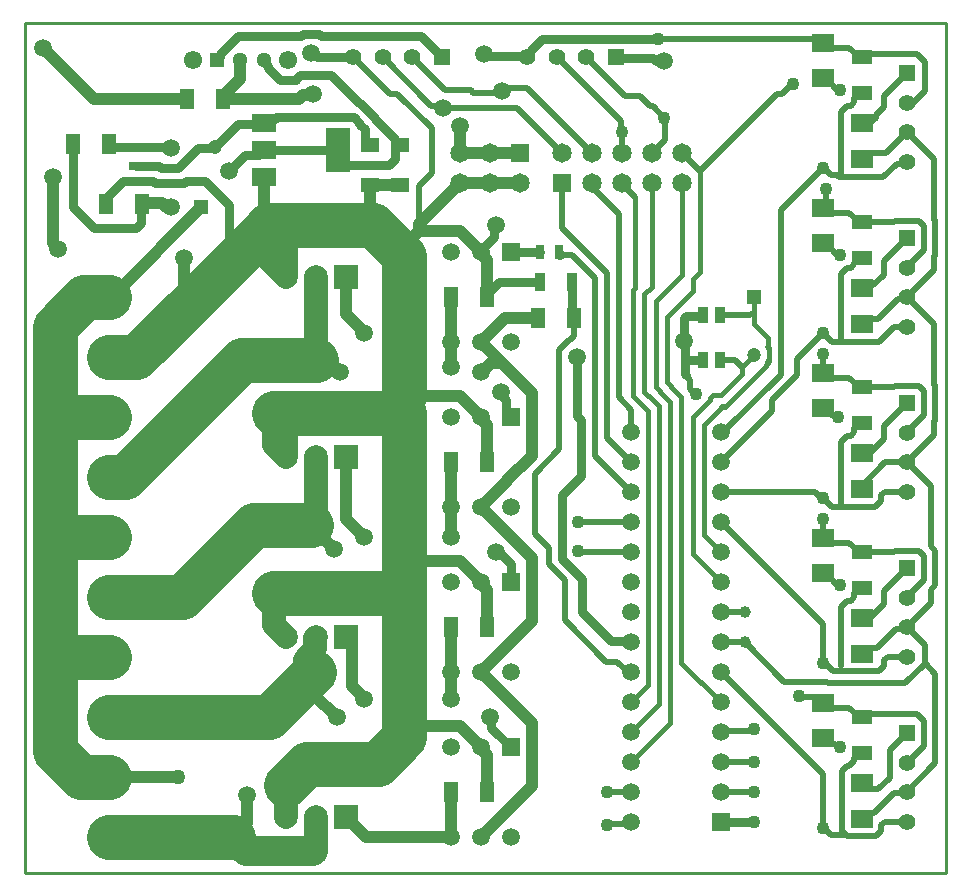
<source format=gbl>
G04*
G04 #@! TF.GenerationSoftware,Altium Limited,Altium Designer,22.5.1 (42)*
G04*
G04 Layer_Physical_Order=2*
G04 Layer_Color=16711680*
%FSLAX42Y42*%
%MOMM*%
G71*
G04*
G04 #@! TF.SameCoordinates,E9C7B45F-A4FB-49F3-BE10-4E13B05C86B2*
G04*
G04*
G04 #@! TF.FilePolarity,Positive*
G04*
G01*
G75*
%ADD13C,0.25*%
%ADD17R,1.50X1.50*%
%ADD18R,1.50X1.50*%
%ADD24R,2.00X2.00*%
%ADD25C,2.00*%
%ADD27R,1.30X1.30*%
%ADD28C,1.30*%
%ADD29C,1.55*%
%ADD33R,1.20X1.20*%
%ADD34C,1.20*%
%ADD42R,1.90X1.50*%
%ADD44R,0.80X1.25*%
%ADD46C,0.51*%
%ADD47C,1.02*%
%ADD48C,0.76*%
%ADD49C,1.40*%
%ADD50R,1.40X1.40*%
%ADD51R,1.40X1.40*%
%ADD52R,1.80X1.80*%
%ADD53C,1.80*%
%ADD54C,1.52*%
%ADD55C,1.50*%
%ADD56C,1.65*%
%ADD57R,1.65X1.65*%
%ADD58C,1.10*%
%ADD59C,1.00*%
%ADD60C,1.27*%
%ADD61R,0.95X1.35*%
%ADD62R,1.25X1.80*%
%ADD63R,0.85X1.60*%
%ADD64R,1.25X0.80*%
%ADD65R,1.60X1.25*%
%ADD66R,2.00X1.50*%
%ADD67R,2.00X3.80*%
%ADD68R,1.80X1.25*%
%ADD69C,2.03*%
%ADD70C,3.81*%
%ADD71C,0.46*%
%ADD72C,2.54*%
D13*
X0Y0D02*
X7800D01*
X0D02*
Y7200D01*
X7800D01*
Y0D02*
Y7200D01*
D17*
X4117Y1066D02*
D03*
Y2463D02*
D03*
Y3860D02*
D03*
Y5257D02*
D03*
D18*
X5895Y431D02*
D03*
D24*
X2720Y1998D02*
D03*
Y5046D02*
D03*
Y3522D02*
D03*
Y474D02*
D03*
D25*
X2466Y1998D02*
D03*
X2212D02*
D03*
X2466Y5046D02*
D03*
X2212D02*
D03*
X2466Y3522D02*
D03*
X2212D02*
D03*
X2466Y474D02*
D03*
X2212D02*
D03*
D27*
X1628Y6883D02*
D03*
D28*
X1828D02*
D03*
X2028D02*
D03*
D29*
X1428D02*
D03*
X2228D02*
D03*
D33*
X1492Y5637D02*
D03*
X6174Y4876D02*
D03*
D34*
X1612Y6147D02*
D03*
X6174Y4388D02*
D03*
D42*
X7087Y460D02*
D03*
Y760D02*
D03*
Y1857D02*
D03*
Y2157D02*
D03*
X7087Y3256D02*
D03*
Y3556D02*
D03*
X7087Y6048D02*
D03*
Y6348D02*
D03*
Y4651D02*
D03*
Y4951D02*
D03*
X6759Y7033D02*
D03*
Y6733D02*
D03*
Y5636D02*
D03*
Y5336D02*
D03*
Y4239D02*
D03*
Y3939D02*
D03*
Y2842D02*
D03*
Y2542D02*
D03*
Y1445D02*
D03*
Y1145D02*
D03*
D44*
X4527Y5257D02*
D03*
X4367D02*
D03*
D46*
X6409Y6595D02*
X6494Y6680D01*
X5719Y5941D02*
X6373Y6595D01*
X6494Y6680D02*
X6502D01*
X6373Y6595D02*
X6409D01*
X7136Y509D02*
X7189D01*
X7361Y681D01*
X7087Y460D02*
X7136Y509D01*
X6825Y323D02*
X6930D01*
X6767Y380D02*
X6825Y323D01*
X6918Y354D02*
X6961Y311D01*
X7255Y407D02*
X7285Y437D01*
X6918Y354D02*
Y865D01*
X7285Y437D02*
X7470D01*
X6961Y908D02*
X6982D01*
X6759Y380D02*
X6767D01*
X6918Y865D02*
X6961Y908D01*
X6982D02*
X7024Y951D01*
X7255Y354D02*
Y407D01*
X6961Y311D02*
X7212D01*
X7255Y354D01*
X6872Y6639D02*
X6891D01*
X6901Y6629D01*
X6774Y6738D02*
X6872Y6639D01*
X6774Y6738D02*
Y6778D01*
Y5341D02*
X6872Y5242D01*
X6891D02*
X6901Y5232D01*
X6872Y5242D02*
X6891D01*
X6774Y5341D02*
Y5381D01*
X6876Y5915D02*
X6898Y5893D01*
X6826Y5915D02*
X6876D01*
X6759Y5968D02*
X6772D01*
X6782Y5614D02*
Y5791D01*
X6772Y5968D02*
X6826Y5915D01*
X6759Y5591D02*
X6782Y5614D01*
X6898Y5893D02*
X6909D01*
X6774Y3944D02*
X6847Y3870D01*
X6774Y3944D02*
Y3984D01*
X6847Y3870D02*
X6874D01*
X6883Y3861D01*
X6756Y4196D02*
Y4394D01*
Y4196D02*
X6759Y4194D01*
X6756Y2839D02*
X6799Y2797D01*
X6982D01*
X6756Y2839D02*
Y2997D01*
X6859Y1095D02*
X6887Y1067D01*
X6901D01*
X6774Y1150D02*
Y1190D01*
Y1150D02*
X6828Y1095D01*
X6859D01*
X6891Y2448D02*
X6901Y2438D01*
X6774Y2547D02*
X6872Y2448D01*
X6774Y2547D02*
Y2587D01*
X6872Y2448D02*
X6891D01*
X6792Y1622D02*
X6805Y1609D01*
X7458D02*
X7624Y1774D01*
X6098Y1955D02*
X6431Y1622D01*
X6792D01*
X6553Y1499D02*
X6563Y1489D01*
X6728D02*
X6784Y1433D01*
X6563Y1489D02*
X6728D01*
X6805Y1609D02*
X7458D01*
X6846Y1708D02*
X7237D01*
X6784Y1400D02*
X6982D01*
X6762Y1779D02*
X6775D01*
X6759Y1782D02*
X6762Y1779D01*
X6784Y1400D02*
Y1433D01*
X6759Y1782D02*
Y2107D01*
X6775Y1779D02*
X6846Y1708D01*
X7214Y1905D02*
X7379Y2070D01*
X7087Y1857D02*
X7135Y1905D01*
X7214D01*
X7379Y2070D02*
X7456D01*
X7470Y2084D01*
X6909Y1753D02*
Y2253D01*
X6961Y2305D02*
X6994D01*
X6909Y2253D02*
X6961Y2305D01*
X7280Y1804D02*
X7310Y1834D01*
X7280Y1751D02*
Y1804D01*
X6994Y2305D02*
X7024Y2335D01*
X7237Y1708D02*
X7280Y1751D01*
X7310Y1834D02*
X7470D01*
X7024Y2375D02*
X7061Y2412D01*
X7089D01*
X7024Y2335D02*
Y2375D01*
X7255Y3201D02*
X7285Y3231D01*
X7203Y3099D02*
X7255Y3151D01*
X6909Y3099D02*
X7203D01*
X7285Y3231D02*
X7470D01*
X6837Y3099D02*
X6909D01*
Y3652D01*
X7255Y3151D02*
Y3201D01*
X6762Y3174D02*
X6837Y3099D01*
X6909Y3652D02*
X6961Y3704D01*
X6994D01*
X7061Y3809D02*
X7089D01*
X7024Y3734D02*
Y3772D01*
X7061Y3809D01*
X6994Y3704D02*
X7024Y3734D01*
X7397Y4861D02*
X7453D01*
X7470Y4878D01*
X7137Y4676D02*
X7150Y4688D01*
X7225D02*
X7397Y4861D01*
X7150Y4688D02*
X7225D01*
X6909Y4496D02*
Y5072D01*
X6961Y5124D01*
X6909Y4496D02*
X7231D01*
X6961Y5124D02*
X6994D01*
X7024Y5154D01*
Y5169D01*
X6834Y4496D02*
X6909D01*
X7137Y4976D02*
X7186D01*
X7274Y5065D01*
Y5183D01*
X7231Y4496D02*
X7363Y4628D01*
X7470D01*
X6759Y4571D02*
X6834Y4496D01*
X6909Y5893D02*
Y6446D01*
X6961Y6498D01*
X6994D01*
X7024Y6528D01*
Y6566D01*
X6909Y5893D02*
X7269D01*
X7137Y6348D02*
X7157D01*
X7207Y6397D02*
Y6417D01*
X7274Y6485D02*
Y6579D01*
X7157Y6348D02*
X7207Y6397D01*
Y6417D02*
X7274Y6485D01*
X7269Y5893D02*
X7384Y6008D01*
X3534Y6477D02*
X4167D01*
X3445Y6496D02*
X3531D01*
X3546Y6481D01*
X4166Y6648D02*
X4250D01*
X4040Y6625D02*
X4059Y6644D01*
X4163D01*
X4166Y6648D01*
X4167Y6477D02*
X4549Y6095D01*
X5317Y6492D02*
X5412Y6397D01*
X5293Y6492D02*
X5317D01*
X5207Y6579D02*
X5293Y6492D01*
X5049Y6284D02*
X5059Y6274D01*
X5057Y6095D02*
X5058Y6096D01*
Y6276D01*
X5057Y6277D02*
X5058Y6276D01*
X5049Y6284D02*
Y6365D01*
X4506Y6908D02*
X5049Y6365D01*
X7554Y6934D02*
X7620Y6869D01*
X7089Y6908D02*
X7115Y6934D01*
X7554D01*
X7620Y6622D02*
Y6869D01*
X7523Y6525D02*
X7620Y6622D01*
X7359Y5511D02*
X7369Y5521D01*
X7470Y5134D02*
X7613Y5278D01*
X7696Y5221D02*
X7712Y5237D01*
X7570Y5521D02*
X7613Y5478D01*
X7369Y5521D02*
X7570D01*
X7696Y5104D02*
Y5221D01*
X7696Y5535D02*
X7712Y5519D01*
X7696Y5535D02*
Y6049D01*
X7470Y5128D02*
Y5134D01*
X7613Y5278D02*
Y5478D01*
X7712Y5237D02*
Y5519D01*
X7359Y4114D02*
X7369Y4124D01*
X7470Y3737D02*
X7613Y3881D01*
X7696Y3707D02*
Y3824D01*
X7369Y4124D02*
X7570D01*
X7696Y4138D02*
X7712Y4122D01*
X7696Y4138D02*
Y4652D01*
X7712Y3840D02*
Y4122D01*
X7613Y3881D02*
Y4081D01*
X7570Y4124D02*
X7613Y4081D01*
X7470Y3731D02*
Y3737D01*
X7696Y3824D02*
X7712Y3840D01*
X7369Y2727D02*
X7570D01*
X7613Y2484D02*
Y2684D01*
X7470Y2334D02*
Y2340D01*
X7613Y2484D01*
X7712Y2443D02*
Y2725D01*
X7671Y2767D02*
X7712Y2725D01*
X7671Y2401D02*
X7712Y2443D01*
X7671Y2285D02*
Y2401D01*
X7470Y3481D02*
X7671Y3280D01*
X7470Y2084D02*
X7671Y2285D01*
Y2767D02*
Y3280D01*
X7570Y2727D02*
X7613Y2684D01*
X7359Y2717D02*
X7369Y2727D01*
X7614Y1081D02*
Y1287D01*
X7554Y1346D02*
X7614Y1287D01*
X7463Y681D02*
X7712Y930D01*
Y1686D01*
X7470Y937D02*
X7614Y1081D01*
X7620Y1778D02*
X7712Y1686D01*
X7089Y1320D02*
X7115Y1346D01*
X7554D01*
X7061Y1320D02*
X7089D01*
X6292Y4459D02*
X6302Y4449D01*
X6404Y4219D02*
Y5613D01*
X6759Y5968D01*
X5917Y3733D02*
X6404Y4219D01*
X6332Y4007D02*
X6540Y4216D01*
Y4353D01*
X6332Y3916D02*
Y4007D01*
X6295Y4312D02*
Y4327D01*
X6303Y4335D01*
X4689Y2724D02*
X4696Y2717D01*
X4441Y2615D02*
X4572Y2484D01*
X4441Y2615D02*
Y2751D01*
X4696Y2717D02*
X5133D01*
X4318Y2874D02*
X4441Y2751D01*
X4572Y2140D02*
Y2484D01*
X4689Y2971D02*
X5133D01*
X5635Y4100D02*
X5676Y4059D01*
X4930Y3682D02*
X5133Y3479D01*
X5676Y4059D02*
X5681D01*
X4549Y5460D02*
X4930Y5079D01*
Y3682D02*
Y5079D01*
X5029Y4028D02*
Y5584D01*
Y4028D02*
X5133Y3924D01*
X4803Y5810D02*
X5029Y5584D01*
X4549Y5460D02*
Y5841D01*
X4613Y4518D02*
X4621D01*
X4651Y4548D02*
Y4698D01*
X4318Y3382D02*
X4525Y3589D01*
X4621Y4518D02*
X4651Y4548D01*
X4634Y5233D02*
X4826Y5040D01*
X4525Y3589D02*
Y4430D01*
X4826Y3532D02*
X5133Y3225D01*
X4525Y4430D02*
X4613Y4518D01*
X4826Y3532D02*
Y5040D01*
X4318Y2874D02*
Y3382D01*
X5890Y4724D02*
X6133D01*
X6134Y4724D01*
X6016Y4343D02*
X6073Y4286D01*
X5892Y4343D02*
X6016D01*
X7361Y681D02*
X7463D01*
X7470Y2084D02*
X7620Y1934D01*
Y1778D02*
Y1934D01*
X5133Y3733D02*
Y3924D01*
X4803Y5810D02*
Y5841D01*
X4572Y2140D02*
X4920Y1792D01*
X5106Y1701D02*
X5133D01*
X4920Y1792D02*
X5015D01*
X5106Y1701D01*
X5635Y4100D02*
Y4174D01*
X5597Y4212D02*
X5635Y4174D01*
X5895Y3733D02*
X5917D01*
X5907Y3950D02*
X5933D01*
X5597Y4212D02*
Y4222D01*
X7470Y3481D02*
X7696Y3707D01*
X7470Y4878D02*
X7696Y4652D01*
X7470Y6275D02*
X7696Y6049D01*
X7470Y4878D02*
X7696Y5104D01*
X5420Y6280D02*
X5425Y6275D01*
Y6210D02*
Y6275D01*
X5085Y6579D02*
X5207D01*
X4777Y6887D02*
X5085Y6579D01*
X5420Y6280D02*
Y6366D01*
X4756Y6908D02*
X4777Y6887D01*
X3033Y6908D02*
X3445Y6496D01*
X4035Y6609D02*
X4040Y6614D01*
X3797Y6609D02*
X4035D01*
X5362Y7060D02*
X6708D01*
X4930Y406D02*
X4942Y418D01*
X5120D01*
X4930Y685D02*
X5133D01*
X5120Y418D02*
X5133Y431D01*
X4529Y5233D02*
X4634D01*
X3451Y5925D02*
Y6307D01*
X3157Y6601D02*
X3451Y6307D01*
X3341Y5815D02*
X3451Y5925D01*
X3341Y5497D02*
Y5815D01*
X3090Y6601D02*
X3157D01*
X5895Y2209D02*
X6098D01*
X5895Y1955D02*
X6098D01*
X3283Y6908D02*
X3562Y6629D01*
X3777D02*
X3797Y6609D01*
X3562Y6629D02*
X3777D01*
X5057Y5836D02*
Y5841D01*
X5311Y6095D02*
X5425Y6210D01*
X2783Y6908D02*
X3090Y6601D01*
X4250Y6648D02*
X4803Y6095D01*
X5565D02*
X5719Y5941D01*
X7453Y6008D02*
X7470Y6025D01*
X7089Y6095D02*
X7290D01*
X7384Y6008D02*
X7453D01*
X6759Y5591D02*
X6982D01*
X7061Y5206D02*
X7089D01*
X7024Y5169D02*
X7061Y5206D01*
X7089Y5511D02*
X7359D01*
X7061D02*
X7089D01*
X6982Y5591D02*
X7061Y5511D01*
X7274Y5183D02*
X7470Y5378D01*
X7104Y3298D02*
X7287Y3481D01*
X7089Y3298D02*
X7104D01*
Y3508D02*
X7274Y3678D01*
X7089Y3508D02*
X7104D01*
X7287Y3481D02*
X7470D01*
X5057Y5836D02*
X5167Y5726D01*
X6982Y4194D02*
X7061Y4114D01*
X6759Y4194D02*
X6982D01*
X5895Y3479D02*
X6332Y3916D01*
X7274Y3785D02*
X7470Y3981D01*
X7089Y4114D02*
X7359D01*
X7061D02*
X7089D01*
X7274Y3678D02*
Y3785D01*
X6745Y3174D02*
X6759D01*
X6694Y3225D02*
X6745Y3174D01*
X6540Y4353D02*
X6759Y4571D01*
X5895Y3225D02*
X6694D01*
X6982Y2797D02*
X7061Y2717D01*
X7089D01*
X7359D01*
X7104Y2111D02*
X7274Y2281D01*
X7325Y1042D02*
X7470Y1187D01*
X7061Y1015D02*
X7089D01*
X7024Y951D02*
Y978D01*
X7061Y1015D01*
X7089Y2111D02*
X7104D01*
X5895Y2971D02*
X6759Y2107D01*
X7274Y2389D02*
X7470Y2584D01*
X7274Y2281D02*
Y2389D01*
X6982Y1400D02*
X7061Y1320D01*
X7325Y810D02*
Y1042D01*
X7089Y710D02*
X7225D01*
X7325Y810D01*
X6162Y1206D02*
X6174Y1218D01*
X5895Y685D02*
X6176D01*
X5895Y1701D02*
X6759Y837D01*
X5895Y1193D02*
X5908Y1206D01*
X6162D01*
X5895Y939D02*
X6176D01*
X6759Y380D02*
Y837D01*
Y6988D02*
X6982D01*
X7290Y6095D02*
X7470Y6275D01*
Y6525D02*
X7523D01*
X7061Y6603D02*
X7089D01*
X7274Y6579D02*
X7470Y6775D01*
X7024Y6566D02*
X7061Y6603D01*
X6733Y7007D02*
Y7035D01*
X6708Y7060D02*
X6733Y7035D01*
Y7007D02*
X6753Y6988D01*
X6759D01*
X6982D02*
X7061Y6908D01*
D47*
X585Y6552D02*
X1374D01*
X152Y6985D02*
X585Y6552D01*
X237Y5339D02*
Y5893D01*
Y5339D02*
X279Y5296D01*
X2454Y1509D02*
Y1626D01*
X2769Y1589D02*
Y1950D01*
X2720Y1998D02*
X2769Y1950D01*
Y1589D02*
X2872Y1485D01*
X1690Y6552D02*
X2325D01*
X2359Y6586D01*
X2429D02*
X2438Y6595D01*
X2359Y6586D02*
X2429D01*
X3685Y6095D02*
X3685Y6095D01*
Y6328D02*
X3686Y6329D01*
X3685Y6095D02*
Y6328D01*
X4293Y3535D02*
Y3743D01*
X4293Y3743D02*
Y3977D01*
X4293Y3977D02*
X4293Y3977D01*
X4086Y3328D02*
X4293Y3535D01*
X4041Y4317D02*
X4293Y4065D01*
Y3743D02*
X4293Y3743D01*
X4293Y3977D02*
Y4065D01*
X4086Y3321D02*
Y3328D01*
X3863Y3098D02*
X4086Y3321D01*
X3609Y4286D02*
Y4495D01*
X279Y5283D02*
Y5296D01*
X3609Y3098D02*
X3609Y3098D01*
X3685Y2641D02*
X3863Y2463D01*
X3609Y1701D02*
X3609Y1701D01*
Y1472D02*
Y1701D01*
X3215Y1149D02*
X3279Y1086D01*
X3215Y1149D02*
X3308Y1243D01*
X3215Y2641D02*
X3685D01*
X4294Y735D02*
Y1270D01*
X3914Y3479D02*
Y3796D01*
X3686Y4037D02*
X3863Y3860D01*
Y3847D02*
Y3860D01*
Y3847D02*
X3914Y3796D01*
X3609Y3098D02*
Y3479D01*
X3609Y3479D02*
X3609Y3479D01*
X3341Y5434D02*
X3686D01*
X3215Y5224D02*
Y5308D01*
X3341Y5434D01*
X753Y4915D02*
X770D01*
X713Y4876D02*
X753Y4915D01*
X2720Y2997D02*
Y3522D01*
X3609Y2844D02*
Y3098D01*
X3609Y4495D02*
X3609Y4495D01*
X3863Y4241D02*
X3876D01*
X3863Y4495D02*
X4041Y4317D01*
X3952D02*
X4041D01*
X3876Y4241D02*
X3952Y4317D01*
X1348Y4952D02*
X1440Y4861D01*
X2720Y4737D02*
Y5046D01*
X2466Y4343D02*
X2555D01*
X2656Y4241D02*
X2669D01*
X2720Y4737D02*
X2872Y4584D01*
Y4571D02*
Y4584D01*
X2555Y4343D02*
X2656Y4241D01*
X3863Y5244D02*
Y5257D01*
X3914Y4903D02*
Y5193D01*
Y4876D02*
Y4903D01*
X3863Y4495D02*
X4066Y4698D01*
X3609Y4876D02*
X3609Y4876D01*
Y4495D02*
Y4876D01*
X3215Y3898D02*
X3354Y4037D01*
X3863Y5244D02*
X3914Y5193D01*
X3686Y5434D02*
X3863Y5257D01*
X3354Y4037D02*
X3686D01*
X3863Y1701D02*
X4294Y2132D01*
X3863Y304D02*
X4294Y735D01*
X3863Y1701D02*
X4294Y1270D01*
X3863Y3098D02*
X4294Y2667D01*
X4066Y4698D02*
X4295D01*
X2872Y5567D02*
X2954Y5486D01*
X2024Y5521D02*
X2060Y5486D01*
X2024Y5521D02*
Y5891D01*
X2923Y5567D02*
Y5824D01*
X1679Y6564D02*
Y6580D01*
X1005Y5675D02*
X1167D01*
X1200Y5642D02*
X1213D01*
X1167Y5675D02*
X1200Y5642D01*
X3341Y5434D02*
Y5497D01*
X3685Y5841D01*
X3939D02*
X4193D01*
X3685D02*
X3939D01*
X2923Y5824D02*
X3177D01*
X3685Y6095D02*
X3939D01*
X4193D01*
X1348Y4952D02*
Y5206D01*
X770Y4915D02*
X1492Y5637D01*
X2720Y474D02*
X2890Y304D01*
X3914Y2082D02*
Y2399D01*
X3863Y2450D02*
X3914Y2399D01*
X3863Y2450D02*
Y2463D01*
X3609Y1701D02*
Y2082D01*
X3609Y2082D02*
X3609Y2082D01*
X3686Y1243D02*
X3863Y1066D01*
X3308Y1243D02*
X3686D01*
X3863Y1053D02*
X3914Y1002D01*
X3609Y685D02*
X3609Y685D01*
X3863Y1053D02*
Y1066D01*
X3914Y685D02*
Y1002D01*
X1763Y304D02*
X1882Y422D01*
Y660D01*
X713Y812D02*
X1298D01*
X2454Y1509D02*
X2644Y1320D01*
X2872Y1472D02*
Y1485D01*
X2428Y2933D02*
Y2946D01*
X2720Y2997D02*
X2872Y2845D01*
Y2844D02*
Y2845D01*
X2428Y2933D02*
X2618Y2742D01*
X2890Y304D02*
X3609D01*
X3609Y304D02*
X3609Y304D01*
X3609Y304D02*
Y685D01*
X4294Y2132D02*
Y2667D01*
X1822Y6724D02*
Y6877D01*
X1828Y6883D01*
X1679Y6564D02*
X1690Y6552D01*
X1679Y6580D02*
X1822Y6724D01*
D48*
X2632Y6248D02*
X2716Y6164D01*
X3160D02*
X3163D01*
X1157Y5969D02*
X1295D01*
X1105Y5845D02*
X1347D01*
X1088Y5862D02*
X1105Y5845D01*
X1347D02*
X1364Y5862D01*
X1295Y5969D02*
X1465Y6139D01*
X1136Y5990D02*
X1157Y5969D01*
X942Y5990D02*
X1136D01*
X1465Y6139D02*
X1603D01*
X1364Y5862D02*
X1530D01*
X1732Y5659D01*
Y5153D02*
Y5659D01*
X3135Y6188D02*
Y6218D01*
Y6188D02*
X3160Y6164D01*
X2964Y6389D02*
X3135Y6218D01*
X988Y5661D02*
X991Y5664D01*
X988Y5506D02*
Y5661D01*
X943Y5461D02*
X988Y5506D01*
X584Y5461D02*
X943D01*
X409Y5637D02*
X584Y5461D01*
X409Y5637D02*
Y6171D01*
X834Y5862D02*
X1088D01*
X1603Y6139D02*
X1810Y6345D01*
X2131Y6401D02*
X2786D01*
X2840Y6338D02*
Y6346D01*
X2597Y6756D02*
X2833Y6521D01*
X2301Y6722D02*
X2336Y6756D01*
X2597D01*
X2841Y6521D02*
X2964Y6398D01*
X2786Y6401D02*
X2840Y6346D01*
X2833Y6521D02*
X2841D01*
X2964Y6389D02*
Y6398D01*
X2881Y6188D02*
Y6297D01*
X2840Y6338D02*
X2881Y6297D01*
X2299Y6722D02*
X2301D01*
X2028Y6868D02*
X2064Y6832D01*
Y6815D02*
Y6832D01*
X2160Y6719D02*
X2296D01*
X2299Y6722D01*
X2064Y6815D02*
X2160Y6719D01*
X2341Y7087D02*
X2358Y7104D01*
X2492D02*
X2509Y7087D01*
X1803D02*
X2341D01*
X2509D02*
X3354D01*
X3533Y6908D01*
X2425Y6943D02*
X2442D01*
X1655Y6938D02*
X1803Y7087D01*
X2358Y7104D02*
X2492D01*
X2442Y6943D02*
X2477Y6908D01*
X4441Y7064D02*
X5112D01*
X5115Y7060D01*
X4379D02*
X4438D01*
X4441Y7064D01*
X5115Y7060D02*
X5362D01*
X5406Y6879D02*
X5410Y6874D01*
X5344Y6879D02*
X5406D01*
X5321Y6902D02*
X5344Y6879D01*
X5581Y4509D02*
Y4702D01*
X5581Y4509D02*
X5581Y4509D01*
X4723Y2211D02*
Y2490D01*
X4553Y2661D02*
Y3201D01*
Y2661D02*
X4723Y2490D01*
X4553Y3201D02*
X4712Y3361D01*
X5581Y4702D02*
X5597Y4717D01*
X5581Y4506D02*
X5594Y4494D01*
X4712Y3361D02*
Y3836D01*
X4676Y3873D02*
X4712Y3836D01*
X4676Y3873D02*
Y4368D01*
X5594Y4318D02*
Y4494D01*
Y4225D02*
Y4318D01*
X5619Y4343D02*
X5742D01*
X5594Y4318D02*
X5619Y4343D01*
X5733Y4717D02*
X5740Y4724D01*
X5597Y4717D02*
X5733D01*
X4968Y1967D02*
X5122D01*
X4723Y2211D02*
X4968Y1967D01*
X4288Y6969D02*
X4379Y7060D01*
X1628Y6883D02*
X1655Y6910D01*
Y6938D01*
X3139Y6139D02*
X3163Y6164D01*
X3083Y5994D02*
X3139Y6050D01*
X2654Y6056D02*
Y6121D01*
X3163Y6164D02*
X3177D01*
X3139Y6050D02*
Y6139D01*
X2716Y5994D02*
X3083D01*
X2654Y6056D02*
X2716Y5994D01*
X2086Y6388D02*
X2117D01*
X2043Y6345D02*
X2086Y6388D01*
X2117D02*
X2131Y6401D01*
X688Y5716D02*
X834Y5862D01*
X2477Y6908D02*
X2783D01*
X5006Y6902D02*
X5321D01*
X5594Y4225D02*
X5597Y4222D01*
X4117Y2463D02*
Y2615D01*
X3990Y2717D02*
X4015D01*
X4117Y2615D01*
X3953Y1230D02*
X4117Y1066D01*
X3953Y1230D02*
Y1306D01*
X3939Y1320D02*
X3953Y1306D01*
X4080Y3897D02*
Y4008D01*
Y3897D02*
X4117Y3860D01*
X4030Y4058D02*
X4080Y4008D01*
X4030Y4058D02*
Y4078D01*
X3914Y4903D02*
X4013Y5003D01*
X2024Y6121D02*
X2654D01*
X1973Y5465D02*
X2009Y5429D01*
X1810Y6345D02*
X2043D01*
X1870Y6084D02*
X1987D01*
X2024Y6121D01*
X4527Y5235D02*
X4529Y5233D01*
X4527Y5235D02*
Y5257D01*
X4013Y5003D02*
X4365D01*
X688Y5689D02*
Y5716D01*
X733Y6152D02*
X940D01*
X714Y6171D02*
X733Y6152D01*
X940D02*
X942Y6150D01*
X3863Y5277D02*
X3976Y5390D01*
Y5471D01*
X3863Y5257D02*
Y5277D01*
X4117Y5257D02*
X4367D01*
X3976Y5471D02*
X3990Y5486D01*
X942Y6150D02*
X944Y6148D01*
X1207D02*
X1213Y6142D01*
X944Y6148D02*
X1207D01*
X2881Y6188D02*
X2906Y6164D01*
X2923D01*
X5122Y1967D02*
X5133Y1955D01*
X4631Y4756D02*
Y5003D01*
X2028Y6868D02*
Y6883D01*
X1729Y5943D02*
X1870Y6084D01*
X3902Y6920D02*
X4244D01*
X3888Y6933D02*
X3902Y6920D01*
X4256Y6908D02*
Y6925D01*
X4244Y6920D02*
X4256Y6908D01*
X4288Y6957D02*
Y6969D01*
X4256Y6925D02*
X4288Y6957D01*
X5895Y431D02*
X6176D01*
D49*
X7470Y6025D02*
D03*
Y6275D02*
D03*
Y6525D02*
D03*
Y3231D02*
D03*
Y3481D02*
D03*
Y3731D02*
D03*
Y1834D02*
D03*
Y2084D02*
D03*
Y2334D02*
D03*
Y4628D02*
D03*
Y4878D02*
D03*
Y5128D02*
D03*
X4256Y6908D02*
D03*
X4506D02*
D03*
X4756D02*
D03*
X2783D02*
D03*
X3033D02*
D03*
X3283D02*
D03*
X7470Y437D02*
D03*
Y687D02*
D03*
Y937D02*
D03*
D50*
Y6775D02*
D03*
Y3981D02*
D03*
Y2584D02*
D03*
Y5378D02*
D03*
Y1187D02*
D03*
D51*
X5006Y6908D02*
D03*
X3533D02*
D03*
D52*
X713Y1828D02*
D03*
Y2844D02*
D03*
Y3860D02*
D03*
Y4876D02*
D03*
Y812D02*
D03*
D53*
Y1320D02*
D03*
Y2336D02*
D03*
Y3352D02*
D03*
Y4368D02*
D03*
Y304D02*
D03*
D54*
X237Y5893D02*
D03*
X1237Y6143D02*
D03*
Y5643D02*
D03*
D55*
X3863Y1066D02*
D03*
X3609D02*
D03*
X4117Y304D02*
D03*
X3863D02*
D03*
X3609D02*
D03*
X3863Y2463D02*
D03*
X3609D02*
D03*
X4117Y1701D02*
D03*
X3863D02*
D03*
X3609D02*
D03*
X5895Y685D02*
D03*
Y939D02*
D03*
Y1193D02*
D03*
Y1447D02*
D03*
Y1701D02*
D03*
Y1955D02*
D03*
Y2209D02*
D03*
Y2463D02*
D03*
Y2717D02*
D03*
Y2971D02*
D03*
Y3225D02*
D03*
Y3479D02*
D03*
Y3733D02*
D03*
X5133Y431D02*
D03*
Y685D02*
D03*
Y939D02*
D03*
Y1193D02*
D03*
Y1447D02*
D03*
Y1701D02*
D03*
Y1955D02*
D03*
Y2209D02*
D03*
Y2463D02*
D03*
Y2717D02*
D03*
Y2971D02*
D03*
Y3225D02*
D03*
Y3479D02*
D03*
Y3733D02*
D03*
X3863Y3860D02*
D03*
X3609D02*
D03*
X4117Y3098D02*
D03*
X3863D02*
D03*
X3609D02*
D03*
X3863Y5257D02*
D03*
X3609D02*
D03*
X4117Y4495D02*
D03*
X3863D02*
D03*
X3609D02*
D03*
X152Y6985D02*
D03*
X2438Y6595D02*
D03*
X2425Y6943D02*
D03*
X3546Y6481D02*
D03*
X4040Y6625D02*
D03*
X3686Y6329D02*
D03*
X5410Y6874D02*
D03*
X5581Y4509D02*
D03*
X4676Y4368D02*
D03*
X3609Y4286D02*
D03*
X279Y5283D02*
D03*
X2618Y2742D02*
D03*
X2644Y1320D02*
D03*
X2872Y1472D02*
D03*
X3888Y6933D02*
D03*
X1729Y5943D02*
D03*
X1348Y5206D02*
D03*
X3939Y1320D02*
D03*
X3609Y1472D02*
D03*
X2872Y4571D02*
D03*
X2669Y4241D02*
D03*
X3609Y2844D02*
D03*
X2872D02*
D03*
X4030Y4078D02*
D03*
X3863Y4241D02*
D03*
X3990Y5486D02*
D03*
X1882Y660D02*
D03*
X3990Y2717D02*
D03*
D56*
X5565Y6095D02*
D03*
X5311D02*
D03*
X5565Y5841D02*
D03*
X5311D02*
D03*
X5057Y6095D02*
D03*
Y5841D02*
D03*
X4549Y6095D02*
D03*
X4803Y5841D02*
D03*
Y6095D02*
D03*
X3685Y5841D02*
D03*
X3939D02*
D03*
X3685Y6095D02*
D03*
X3939D02*
D03*
X4193Y5841D02*
D03*
D57*
X4549D02*
D03*
X4193Y6095D02*
D03*
D58*
X6502Y6680D02*
D03*
X6901Y6629D02*
D03*
Y5232D02*
D03*
X6782Y5791D02*
D03*
X6883Y3861D02*
D03*
X6756Y4394D02*
D03*
Y2997D02*
D03*
X6901Y1067D02*
D03*
Y2438D02*
D03*
X6553Y1499D02*
D03*
X6762Y1779D02*
D03*
X5412Y6397D02*
D03*
X5059Y6274D02*
D03*
X6762Y3174D02*
D03*
X4689Y2724D02*
D03*
Y2971D02*
D03*
X5681Y4059D02*
D03*
X6759Y5968D02*
D03*
Y4571D02*
D03*
X6176Y939D02*
D03*
X6174Y1218D02*
D03*
X6176Y431D02*
D03*
X4930Y685D02*
D03*
X6176D02*
D03*
X5362Y7060D02*
D03*
X6759Y380D02*
D03*
X4930Y406D02*
D03*
D59*
X6098Y2209D02*
D03*
Y1955D02*
D03*
D60*
X1298Y812D02*
D03*
D61*
X5740Y4724D02*
D03*
X5890D02*
D03*
X5742Y4343D02*
D03*
X5892D02*
D03*
D62*
X3609Y2082D02*
D03*
X3914D02*
D03*
X3609Y3479D02*
D03*
X3914D02*
D03*
X1679Y6552D02*
D03*
X1374D02*
D03*
X3609Y685D02*
D03*
X3914D02*
D03*
X3609Y4876D02*
D03*
X3914D02*
D03*
X991Y5664D02*
D03*
X686D02*
D03*
X714Y6171D02*
D03*
X409D02*
D03*
X4346Y4698D02*
D03*
X4651D02*
D03*
D63*
X4631Y5003D02*
D03*
X4365D02*
D03*
D64*
X942Y6150D02*
D03*
Y5990D02*
D03*
D65*
X3177Y6164D02*
D03*
Y5824D02*
D03*
X2923Y6164D02*
D03*
Y5824D02*
D03*
D66*
X2024Y5891D02*
D03*
Y6121D02*
D03*
Y6351D02*
D03*
D67*
X2654Y6121D02*
D03*
D68*
X7089Y5206D02*
D03*
Y5511D02*
D03*
Y3809D02*
D03*
Y4114D02*
D03*
Y2412D02*
D03*
Y2717D02*
D03*
Y1015D02*
D03*
Y1320D02*
D03*
Y6603D02*
D03*
Y6908D02*
D03*
D69*
X2212Y3624D02*
Y3797D01*
X2110D02*
Y3898D01*
X2373Y1804D02*
X2463Y1894D01*
X2373Y1626D02*
Y1804D01*
X2463Y1995D02*
X2466Y1998D01*
X2463Y1894D02*
Y1995D01*
X2110Y3624D02*
Y3797D01*
X2212Y3522D02*
Y3624D01*
X2468Y2985D02*
Y3522D01*
X2428Y2946D02*
X2468Y2985D01*
X2110Y3624D02*
X2212Y3522D01*
X2009Y5249D02*
Y5429D01*
Y5249D02*
X2212Y5046D01*
X2110Y2100D02*
Y2376D01*
X2466Y4343D02*
Y5046D01*
X2110Y3898D02*
X2212Y3797D01*
X2110Y2100D02*
X2212Y1998D01*
Y5046D02*
Y5333D01*
X2441Y190D02*
X2466Y215D01*
Y474D01*
X2212D02*
Y749D01*
D70*
Y5486D02*
X2954D01*
X2067Y1320D02*
X2454Y1707D01*
X2060Y5486D02*
X2212D01*
X256Y1828D02*
X713D01*
X256Y1035D02*
Y1828D01*
Y2857D01*
X3215Y2376D02*
Y2641D01*
Y1149D02*
Y2376D01*
X1732Y5153D02*
X2009Y5429D01*
X256Y2857D02*
X269Y2844D01*
X256Y3860D02*
Y4627D01*
Y2857D02*
Y3860D01*
X713D01*
X256Y4627D02*
X505Y4876D01*
X269Y2844D02*
X713D01*
X2110Y3898D02*
X3215D01*
Y2641D02*
Y3898D01*
X1840Y4343D02*
X2466D01*
X1336Y2336D02*
X1945Y2946D01*
X1440Y4861D02*
X1732Y5153D01*
X713Y3352D02*
X850D01*
X713Y4368D02*
X947D01*
X713Y2336D02*
X1336D01*
X850Y3352D02*
X1840Y4343D01*
X947Y4368D02*
X1440Y4861D01*
X3215Y4037D02*
Y5224D01*
X2110Y2376D02*
X3215D01*
X479Y812D02*
X713D01*
X256Y1035D02*
X479Y812D01*
X2954Y5486D02*
X3215Y5224D01*
X505Y4876D02*
X713D01*
X2390Y926D02*
X2992D01*
X2212Y749D02*
X2390Y926D01*
X2992D02*
X3215Y1149D01*
X1945Y2946D02*
X2428D01*
X713Y1320D02*
X2067D01*
X713Y304D02*
X1763D01*
D71*
X6303Y4335D02*
X6305Y4337D01*
Y4446D01*
X6292Y4459D02*
Y4534D01*
X6302Y4449D02*
X6305Y4446D01*
X6174Y4651D02*
X6292Y4534D01*
X6274Y4302D02*
X6289Y4318D01*
X5933Y3950D02*
X6274Y4291D01*
Y4302D01*
X5906Y3950D02*
X5907D01*
X5436Y4156D02*
X5510Y4081D01*
Y4080D02*
X5561Y4029D01*
X5342Y4117D02*
Y4841D01*
X5248Y4078D02*
Y4901D01*
Y4078D02*
X5323Y4003D01*
X5154Y4940D02*
X5167Y4952D01*
X5154Y4039D02*
Y4940D01*
Y4039D02*
X5229Y3964D01*
Y3964D02*
X5279Y3914D01*
X5342Y4841D02*
X5565Y5064D01*
X5323Y4003D02*
X5374Y3952D01*
X5279Y1593D02*
Y3914D01*
X5655Y3863D02*
X5802Y4009D01*
X5510Y4080D02*
Y4081D01*
X5417Y4041D02*
Y4042D01*
X5561Y1781D02*
Y4029D01*
X5417Y4041D02*
X5468Y3990D01*
X5655Y2703D02*
Y3863D01*
X5749Y3793D02*
X5906Y3950D01*
X5133Y939D02*
X5468Y1274D01*
X5659Y5030D02*
X5719Y5090D01*
X5468Y1274D02*
Y3990D01*
X5749Y2863D02*
X5895Y2717D01*
X5655Y2703D02*
X5895Y2463D01*
X5167Y4952D02*
Y5726D01*
X5374Y1434D02*
Y3952D01*
X5436Y4710D02*
X5659Y4933D01*
X5802Y4019D02*
X5828Y4046D01*
X5802Y4009D02*
Y4019D01*
X5561Y1781D02*
X5895Y1447D01*
X5659Y4933D02*
Y5030D01*
X5323Y4003D02*
Y4003D01*
X5436Y4156D02*
Y4710D01*
X5749Y2863D02*
Y3793D01*
X5248Y4901D02*
X5311Y4964D01*
X5342Y4117D02*
X5417Y4042D01*
X5133Y1447D02*
X5279Y1593D01*
X5229Y3964D02*
Y3964D01*
X5828Y4046D02*
X5893D01*
X6174Y4651D02*
Y4764D01*
X5133Y1193D02*
X5374Y1434D01*
X5719Y5090D02*
Y5941D01*
X6134Y4724D02*
X6174Y4764D01*
Y4876D01*
X6073Y4286D02*
X6174Y4388D01*
X6073Y4226D02*
Y4286D01*
X5893Y4046D02*
X6073Y4226D01*
X5565Y5064D02*
Y5841D01*
X5311Y4964D02*
Y5841D01*
D72*
X1878Y190D02*
X2441D01*
X1763Y304D02*
X1878Y190D01*
M02*

</source>
